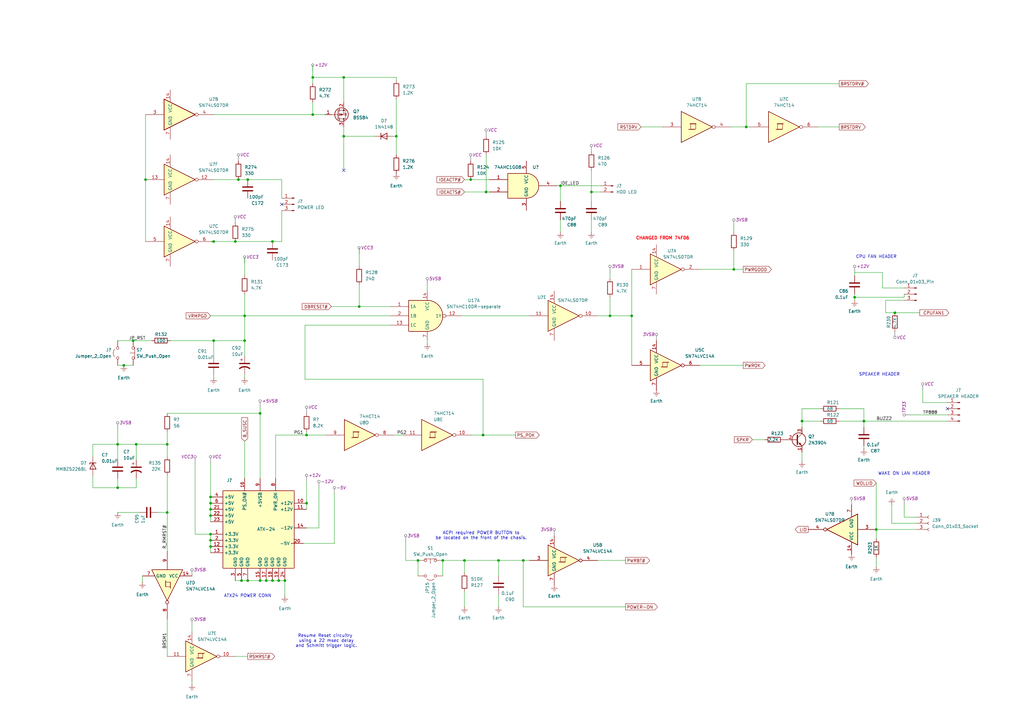
<source format=kicad_sch>
(kicad_sch (version 20231120) (generator "eeschema") (generator_version "8.0")
  (paper "A3")
  (lib_symbols
    (symbol "74F07-separate_1"
      (property "Reference" "U" (at -6.858 5.588 0))
      (property "Value" "SN74LS07DR" (at 6.985 5.08 0))
      (symbol "74F07-separate_1_0_1"
        (pin power_in line (at -2.54 10.16 270) (length 5.08) (name "VCC") (number "14"))
        (pin power_in line (at -2.54 -10.16 90) (length 5.08) (name "GND") (number "7"))
      )
      (symbol "74F07-separate_1_1_1"
        (pin input line (at -12.7 0 0) (length 7.62) (name "~") (number "1"))
        (pin open_collector inverted (at 15.24 0 180) (length 7.62) (name "~") (number "2"))
      )
      (symbol "74F07-separate_1_2_1"
        (pin input line (at -12.7 0 0) (length 7.62) (name "~") (number "3"))
        (pin open_collector inverted (at 15.24 0 180) (length 7.62) (name "~") (number "4"))
      )
      (symbol "74F07-separate_1_3_1"
        (pin input line (at -12.7 0 0) (length 7.62) (name "~") (number "5"))
        (pin open_collector inverted (at 15.24 0 180) (length 7.62) (name "~") (number "6"))
      )
      (symbol "74F07-separate_1_4_1"
        (pin open_collector inverted (at 15.24 0 180) (length 7.62) (name "~") (number "8"))
        (pin input line (at -12.7 0 0) (length 7.62) (name "~") (number "9"))
      )
      (symbol "74F07-separate_1_5_1"
        (pin open_collector inverted (at 15.24 0 180) (length 7.62) (name "~") (number "10"))
        (pin input line (at -12.7 0 0) (length 7.62) (name "~") (number "11"))
      )
      (symbol "74F07-separate_1_6_1"
        (pin open_collector inverted (at 15.24 0 180) (length 7.62) (name "~") (number "12"))
        (pin input line (at -12.7 0 0) (length 7.62) (name "~") (number "13"))
      )
    )
    (symbol "74F07-separate_2"
      (property "Reference" "U" (at -6.858 5.588 0))
      (property "Value" "SN74LS07DR" (at 6.985 5.08 0))
      (symbol "74F07-separate_2_0_1"
        (pin power_in line (at -2.54 10.16 270) (length 5.08) (name "VCC") (number "14"))
        (pin power_in line (at -2.54 -10.16 90) (length 5.08) (name "GND") (number "7"))
      )
      (symbol "74F07-separate_2_1_1"
        (pin input line (at -12.7 0 0) (length 7.62) (name "~") (number "1"))
        (pin open_collector inverted (at 15.24 0 180) (length 7.62) (name "~") (number "2"))
      )
      (symbol "74F07-separate_2_2_1"
        (pin input line (at -12.7 0 0) (length 7.62) (name "~") (number "3"))
        (pin open_collector inverted (at 15.24 0 180) (length 7.62) (name "~") (number "4"))
      )
      (symbol "74F07-separate_2_3_1"
        (pin input line (at -12.7 0 0) (length 7.62) (name "~") (number "5"))
        (pin open_collector inverted (at 15.24 0 180) (length 7.62) (name "~") (number "6"))
      )
      (symbol "74F07-separate_2_4_1"
        (pin open_collector inverted (at 15.24 0 180) (length 7.62) (name "~") (number "8"))
        (pin input line (at -12.7 0 0) (length 7.62) (name "~") (number "9"))
      )
      (symbol "74F07-separate_2_5_1"
        (pin open_collector inverted (at 15.24 0 180) (length 7.62) (name "~") (number "10"))
        (pin input line (at -12.7 0 0) (length 7.62) (name "~") (number "11"))
      )
      (symbol "74F07-separate_2_6_1"
        (pin open_collector inverted (at 15.24 0 180) (length 7.62) (name "~") (number "12"))
        (pin input line (at -12.7 0 0) (length 7.62) (name "~") (number "13"))
      )
    )
    (symbol "74F07-separate_3"
      (property "Reference" "U" (at -6.858 5.588 0))
      (property "Value" "SN74LS07DR" (at 6.985 5.08 0))
      (symbol "74F07-separate_3_0_1"
        (pin power_in line (at -2.54 10.16 270) (length 5.08) (name "VCC") (number "14"))
        (pin power_in line (at -2.54 -10.16 90) (length 5.08) (name "GND") (number "7"))
      )
      (symbol "74F07-separate_3_1_1"
        (pin input line (at -12.7 0 0) (length 7.62) (name "~") (number "1"))
        (pin open_collector inverted (at 15.24 0 180) (length 7.62) (name "~") (number "2"))
      )
      (symbol "74F07-separate_3_2_1"
        (pin input line (at -12.7 0 0) (length 7.62) (name "~") (number "3"))
        (pin open_collector inverted (at 15.24 0 180) (length 7.62) (name "~") (number "4"))
      )
      (symbol "74F07-separate_3_3_1"
        (pin input line (at -12.7 0 0) (length 7.62) (name "~") (number "5"))
        (pin open_collector inverted (at 15.24 0 180) (length 7.62) (name "~") (number "6"))
      )
      (symbol "74F07-separate_3_4_1"
        (pin open_collector inverted (at 15.24 0 180) (length 7.62) (name "~") (number "8"))
        (pin input line (at -12.7 0 0) (length 7.62) (name "~") (number "9"))
      )
      (symbol "74F07-separate_3_5_1"
        (pin open_collector inverted (at 15.24 0 180) (length 7.62) (name "~") (number "10"))
        (pin input line (at -12.7 0 0) (length 7.62) (name "~") (number "11"))
      )
      (symbol "74F07-separate_3_6_1"
        (pin open_collector inverted (at 15.24 0 180) (length 7.62) (name "~") (number "12"))
        (pin input line (at -12.7 0 0) (length 7.62) (name "~") (number "13"))
      )
    )
    (symbol "74F07-separate_4"
      (property "Reference" "U" (at -6.858 5.588 0))
      (property "Value" "SN74LS07DR" (at 6.985 5.08 0))
      (symbol "74F07-separate_4_0_1"
        (pin power_in line (at -2.54 10.16 270) (length 5.08) (name "VCC") (number "14"))
        (pin power_in line (at -2.54 -10.16 90) (length 5.08) (name "GND") (number "7"))
      )
      (symbol "74F07-separate_4_1_1"
        (pin input line (at -12.7 0 0) (length 7.62) (name "~") (number "1"))
        (pin open_collector inverted (at 15.24 0 180) (length 7.62) (name "~") (number "2"))
      )
      (symbol "74F07-separate_4_2_1"
        (pin input line (at -12.7 0 0) (length 7.62) (name "~") (number "3"))
        (pin open_collector inverted (at 15.24 0 180) (length 7.62) (name "~") (number "4"))
      )
      (symbol "74F07-separate_4_3_1"
        (pin input line (at -12.7 0 0) (length 7.62) (name "~") (number "5"))
        (pin open_collector inverted (at 15.24 0 180) (length 7.62) (name "~") (number "6"))
      )
      (symbol "74F07-separate_4_4_1"
        (pin open_collector inverted (at 15.24 0 180) (length 7.62) (name "~") (number "8"))
        (pin input line (at -12.7 0 0) (length 7.62) (name "~") (number "9"))
      )
      (symbol "74F07-separate_4_5_1"
        (pin open_collector inverted (at 15.24 0 180) (length 7.62) (name "~") (number "10"))
        (pin input line (at -12.7 0 0) (length 7.62) (name "~") (number "11"))
      )
      (symbol "74F07-separate_4_6_1"
        (pin open_collector inverted (at 15.24 0 180) (length 7.62) (name "~") (number "12"))
        (pin input line (at -12.7 0 0) (length 7.62) (name "~") (number "13"))
      )
    )
    (symbol "74xGxx:74AHC1G08"
      (property "Reference" "U" (at -2.54 3.81 0))
      (property "Value" "74AHC1G08" (at 0 -3.81 0))
      (symbol "74AHC1G08_1_1"
        (pin input line (at -15.24 2.54 0) (length 7.62) (name "~") (number "1"))
        (pin input line (at -15.24 -2.54 0) (length 7.62) (name "~") (number "2"))
        (pin power_in line (at 0 -10.16 90) (length 5.08) (name "GND") (number "3"))
        (pin output line (at 12.7 0 180) (length 7.62) (name "~") (number "4"))
        (pin power_in line (at 0 10.16 270) (length 5.08) (name "VCC") (number "5"))
      )
    )
    (symbol "Connector:Conn_01x02_Pin" (pin_names (offset 1.016) hide)
      (property "Reference" "J" (at 0 2.54 0))
      (property "Value" "Conn_01x02_Pin" (at 0 -5.08 0))
      (symbol "Conn_01x02_Pin_1_1"
        (pin passive line (at 5.08 0 180) (length 3.81) (name "Pin_1") (number "1"))
        (pin passive line (at 5.08 -2.54 180) (length 3.81) (name "Pin_2") (number "2"))
      )
    )
    (symbol "Connector:Conn_01x03_Pin" (pin_names (offset 1.016) hide)
      (property "Reference" "J" (at 0 5.08 0))
      (property "Value" "Conn_01x03_Pin" (at 0 -5.08 0))
      (symbol "Conn_01x03_Pin_1_1"
        (pin passive line (at 5.08 2.54 180) (length 3.81) (name "Pin_1") (number "1"))
        (pin passive line (at 5.08 0 180) (length 3.81) (name "Pin_2") (number "2"))
        (pin passive line (at 5.08 -2.54 180) (length 3.81) (name "Pin_3") (number "3"))
      )
    )
    (symbol "Connector:Conn_01x03_Socket" (pin_names (offset 1.016) hide)
      (property "Reference" "J" (at 0 5.08 0))
      (property "Value" "Conn_01x03_Socket" (at 0 -5.08 0))
      (symbol "Conn_01x03_Socket_1_1"
        (pin passive line (at -5.08 2.54 0) (length 3.81) (name "Pin_1") (number "1"))
        (pin passive line (at -5.08 0 0) (length 3.81) (name "Pin_2") (number "2"))
        (pin passive line (at -5.08 -2.54 0) (length 3.81) (name "Pin_3") (number "3"))
      )
    )
    (symbol "Connector:Conn_01x04_Pin" (pin_names (offset 1.016) hide)
      (property "Reference" "J" (at 0 5.08 0))
      (property "Value" "Conn_01x04_Pin" (at 0 -7.62 0))
      (symbol "Conn_01x04_Pin_1_1"
        (pin passive line (at 5.08 2.54 180) (length 3.81) (name "Pin_1") (number "1"))
        (pin passive line (at 5.08 0 180) (length 3.81) (name "Pin_2") (number "2"))
        (pin passive line (at 5.08 -2.54 180) (length 3.81) (name "Pin_3") (number "3"))
        (pin passive line (at 5.08 -5.08 180) (length 3.81) (name "Pin_4") (number "4"))
      )
    )
    (symbol "Device:C" (pin_numbers hide) (pin_names (offset 0.254))
      (property "Reference" "C" (at 0.635 2.54 0))
      (property "Value" "C" (at 0.635 -2.54 0))
      (symbol "C_1_1"
        (pin passive line (at 0 3.81 270) (length 2.794) (name "~") (number "1"))
        (pin passive line (at 0 -3.81 90) (length 2.794) (name "~") (number "2"))
      )
    )
    (symbol "Device:C_Polarized_US" (pin_numbers hide) (pin_names (offset 0.254) hide)
      (property "Reference" "C" (at 0.635 2.54 0))
      (property "Value" "C_Polarized_US" (at 0.635 -2.54 0))
      (symbol "C_Polarized_US_1_1"
        (pin passive line (at 0 3.81 270) (length 2.794) (name "~") (number "1"))
        (pin passive line (at 0 -3.81 90) (length 3.302) (name "~") (number "2"))
      )
    )
    (symbol "Device:R" (pin_numbers hide) (pin_names (offset 0))
      (property "Reference" "R" (at 2.032 0 90))
      (property "Value" "R" (at 0 0 90))
      (symbol "R_1_1"
        (pin passive line (at 0 3.81 270) (length 1.27) (name "~") (number "1"))
        (pin passive line (at 0 -3.81 90) (length 1.27) (name "~") (number "2"))
      )
    )
    (symbol "Diode:1N4148" (pin_numbers hide) (pin_names hide)
      (property "Reference" "D" (at 0 2.54 0))
      (property "Value" "1N4148" (at 0 -2.54 0))
      (symbol "1N4148_1_1"
        (pin passive line (at -3.81 0 0) (length 2.54) (name "K") (number "1"))
        (pin passive line (at 3.81 0 180) (length 2.54) (name "A") (number "2"))
      )
    )
    (symbol "Diode:BZX84Cxx" (pin_numbers hide) (pin_names hide)
      (property "Reference" "D" (at 0 3.81 0))
      (property "Value" "BZX84Cxx" (at 0 -3.81 0))
      (symbol "BZX84Cxx_1_1"
        (pin passive line (at 3.81 0 180) (length 2.54) (name "A") (number "1"))
        (pin no_connect line (at 1.27 0 180) (length 2.54) hide (name "NC") (number "2"))
        (pin passive line (at -3.81 0 0) (length 2.54) (name "K") (number "3"))
      )
    )
    (symbol "Jumper:Jumper_2_Open" (pin_numbers hide) (pin_names (offset 0) hide) (exclude_from_sim yes)
      (property "Reference" "JP" (at 0 2.794 0))
      (property "Value" "Jumper_2_Open" (at 0 -2.286 0))
      (symbol "Jumper_2_Open_1_1"
        (pin passive line (at -5.08 0 0) (length 2.54) (name "A") (number "1"))
        (pin passive line (at 5.08 0 180) (length 2.54) (name "B") (number "2"))
      )
    )
    (symbol "P2-3_era:74F07-separate"
      (property "Reference" "U" (at -6.858 5.588 0))
      (property "Value" "SN74LS07DR" (at 6.985 5.08 0))
      (symbol "74F07-separate_0_1"
        (pin power_in line (at -2.54 10.16 270) (length 5.08) (name "VCC") (number "14"))
        (pin power_in line (at -2.54 -10.16 90) (length 5.08) (name "GND") (number "7"))
      )
      (symbol "74F07-separate_1_1"
        (pin input line (at -12.7 0 0) (length 7.62) (name "~") (number "1"))
        (pin open_collector inverted (at 15.24 0 180) (length 7.62) (name "~") (number "2"))
      )
      (symbol "74F07-separate_2_1"
        (pin input line (at -12.7 0 0) (length 7.62) (name "~") (number "3"))
        (pin open_collector inverted (at 15.24 0 180) (length 7.62) (name "~") (number "4"))
      )
      (symbol "74F07-separate_3_1"
        (pin input line (at -12.7 0 0) (length 7.62) (name "~") (number "5"))
        (pin open_collector inverted (at 15.24 0 180) (length 7.62) (name "~") (number "6"))
      )
      (symbol "74F07-separate_4_1"
        (pin open_collector inverted (at 15.24 0 180) (length 7.62) (name "~") (number "8"))
        (pin input line (at -12.7 0 0) (length 7.62) (name "~") (number "9"))
      )
      (symbol "74F07-separate_5_1"
        (pin open_collector inverted (at 15.24 0 180) (length 7.62) (name "~") (number "10"))
        (pin input line (at -12.7 0 0) (length 7.62) (name "~") (number "11"))
      )
      (symbol "74F07-separate_6_1"
        (pin open_collector inverted (at 15.24 0 180) (length 7.62) (name "~") (number "12"))
        (pin input line (at -12.7 0 0) (length 7.62) (name "~") (number "13"))
      )
    )
    (symbol "P2-3_era:74HCT14"
      (property "Reference" "U" (at -6.858 5.588 0))
      (property "Value" "74HCT14" (at 4.318 5.842 0))
      (symbol "74HCT14_1_1"
        (pin input line (at -12.192 0 0) (length 7.62) (name "~") (number "1"))
        (pin open_collector inverted (at 15.748 0 180) (length 7.62) (name "~") (number "2"))
      )
      (symbol "74HCT14_2_1"
        (pin input line (at -12.7 0 0) (length 7.62) (name "~") (number "3"))
        (pin open_collector inverted (at 15.24 0 180) (length 7.62) (name "~") (number "4"))
      )
      (symbol "74HCT14_3_1"
        (pin input line (at -12.446 0 0) (length 7.62) (name "~") (number "5"))
        (pin open_collector inverted (at 15.494 0 180) (length 7.62) (name "~") (number "6"))
      )
      (symbol "74HCT14_4_1"
        (pin open_collector inverted (at 15.494 0 180) (length 7.62) (name "~") (number "8"))
        (pin input line (at -12.446 0 0) (length 7.62) (name "~") (number "9"))
      )
      (symbol "74HCT14_5_1"
        (pin open_collector inverted (at 15.748 0.254 180) (length 7.62) (name "~") (number "10"))
        (pin input line (at -12.192 0.254 0) (length 7.62) (name "~") (number "11"))
      )
      (symbol "74HCT14_6_1"
        (pin open_collector inverted (at 15.494 0.254 180) (length 7.62) (name "~") (number "12"))
        (pin input line (at -12.446 0.254 0) (length 7.62) (name "~") (number "13"))
      )
      (symbol "74HCT14_7_1"
        (pin power_in line (at -10.414 -2.54 0) (length 5.08) (name "VCC") (number "14"))
        (pin power_in line (at 9.906 -2.54 180) (length 5.08) (name "GND") (number "7"))
      )
    )
    (symbol "P2-3_era:ATX-24(PINS UNHID)"
      (property "Reference" "J" (at -23.368 21.336 0))
      (property "Value" "ATX-24" (at -3.81 4.572 0))
      (symbol "ATX-24(PINS UNHID)_1_1"
        (pin power_out line (at -24.13 1.27 0) (length 5.08) (name "+3.3V") (number "1"))
        (pin power_out line (at 15.24 13.97 180) (length 5.08) (name "+12V") (number "10"))
        (pin power_out line (at 15.24 11.43 180) (length 5.08) (name "+12V") (number "11"))
        (pin power_out line (at -24.13 -3.81 0) (length 5.08) (name "+3.3V") (number "12"))
        (pin power_out line (at -24.13 -6.35 0) (length 5.08) (name "+3.3V") (number "13"))
        (pin power_out line (at 15.24 3.81 180) (length 5.08) (name "-12V") (number "14"))
        (pin power_out line (at -3.81 -17.78 90) (length 5.08) (name "GND") (number "15"))
        (pin open_collector line (at -10.16 24.13 270) (length 5.08) (name "PS_ON#") (number "16"))
        (pin power_out line (at -1.27 -17.78 90) (length 5.08) (name "GND") (number "17"))
        (pin power_out line (at 1.27 -17.78 90) (length 5.08) (name "GND") (number "18"))
        (pin power_out line (at 3.81 -17.78 90) (length 5.08) (name "GND") (number "19"))
        (pin power_out line (at -24.13 -1.27 0) (length 5.08) (name "+3.3V") (number "2"))
        (pin power_out line (at 13.97 -2.54 180) (length 5.08) (name "-5V") (number "20"))
        (pin power_out line (at -24.13 11.43 0) (length 5.08) (name "+5V") (number "21"))
        (pin power_out line (at -24.13 8.89 0) (length 5.08) (name "+5V") (number "22"))
        (pin power_out line (at -24.13 6.35 0) (length 5.08) (name "+5V") (number "23"))
        (pin power_out line (at 6.35 -17.78 90) (length 5.08) (name "GND") (number "24"))
        (pin power_out line (at -13.97 -17.78 90) (length 5.08) (name "GND") (number "3"))
        (pin power_out line (at -24.13 16.51 0) (length 5.08) (name "+5V") (number "4"))
        (pin power_out line (at -11.43 -17.78 90) (length 5.08) (name "GND") (number "5"))
        (pin power_out line (at -24.13 13.97 0) (length 5.08) (name "+5V") (number "6"))
        (pin power_out line (at -8.89 -17.78 90) (length 5.08) (name "GND") (number "7"))
        (pin power_out line (at 2.54 24.13 270) (length 5.08) (name "PWR_OK") (number "8"))
        (pin power_out line (at -3.81 24.13 270) (length 5.08) (name "+5VSB") (number "9"))
      )
    )
    (symbol "P2-3_era:SN74HC10DR-separate"
      (property "Reference" "U" (at -5.08 10.16 0))
      (property "Value" "SN74HC10DR-separate" (at 12.065 -7.62 0))
      (symbol "SN74HC10DR-separate_0_1"
        (pin power_in line (at 0 10.16 270) (length 3.81) (name "VCC") (number "14"))
        (pin power_in line (at 0 -10.16 90) (length 3.81) (name "GND") (number "7"))
      )
      (symbol "SN74HC10DR-separate_1_0"
        (pin input line (at -15.24 -3.81 0) (length 7.62) (name "1C") (number "13"))
      )
      (symbol "SN74HC10DR-separate_1_1"
        (pin input line (at -15.24 3.81 0) (length 7.62) (name "1A") (number "1"))
        (pin output inverted (at 13.97 0 180) (length 7.62) (name "1Y") (number "12"))
        (pin input line (at -15.24 0 0) (length 7.62) (name "1B") (number "2"))
      )
      (symbol "SN74HC10DR-separate_2_1"
        (pin input line (at -15.24 3.81 0) (length 7.62) (name "2A") (number "3"))
        (pin input line (at -15.24 0 0) (length 7.62) (name "2B") (number "4"))
        (pin input line (at -15.24 -3.81 0) (length 7.62) (name "2C") (number "5"))
        (pin output inverted (at 13.97 0 180) (length 7.62) (name "2Y") (number "6"))
      )
      (symbol "SN74HC10DR-separate_3_1"
        (pin input line (at -15.24 0 0) (length 7.62) (name "3B") (number "10"))
        (pin input line (at -15.24 -3.81 0) (length 7.62) (name "3C") (number "11"))
        (pin output inverted (at 12.7 0 180) (length 6.35) (name "3Y") (number "8"))
        (pin input line (at -15.24 3.81 0) (length 7.62) (name "3A") (number "9"))
      )
    )
    (symbol "P2-3_era:SN74LVC14A-separate"
      (property "Reference" "U" (at 1.27 8.89 0))
      (property "Value" "SN74LVC14A" (at 6.35 5.715 0))
      (symbol "SN74LVC14A-separate_0_1"
        (pin power_in line (at -2.54 10.16 270) (length 5.08) (name "VCC") (number "14"))
        (pin power_in line (at -2.54 -10.16 90) (length 5.08) (name "GND") (number "7"))
      )
      (symbol "SN74LVC14A-separate_1_1"
        (pin input line (at -12.7 0 0) (length 7.62) (name "~") (number "1"))
        (pin open_collector inverted (at 15.24 0 180) (length 7.62) (name "~") (number "2"))
      )
      (symbol "SN74LVC14A-separate_2_1"
        (pin input line (at -12.7 0 0) (length 7.62) (name "~") (number "3"))
        (pin open_collector inverted (at 15.24 0 180) (length 7.62) (name "~") (number "4"))
      )
      (symbol "SN74LVC14A-separate_3_1"
        (pin input line (at -12.7 0 0) (length 7.62) (name "~") (number "5"))
        (pin open_collector inverted (at 15.24 0 180) (length 7.62) (name "~") (number "6"))
      )
      (symbol "SN74LVC14A-separate_4_1"
        (pin open_collector inverted (at 15.24 0 180) (length 7.62) (name "~") (number "8"))
        (pin input line (at -12.7 0 0) (length 7.62) (name "~") (number "9"))
      )
      (symbol "SN74LVC14A-separate_5_1"
        (pin open_collector inverted (at 15.24 0 180) (length 7.62) (name "~") (number "10"))
        (pin input line (at -12.7 0 0) (length 7.62) (name "~") (number "11"))
      )
      (symbol "SN74LVC14A-separate_6_1"
        (pin open_collector inverted (at 15.24 0 180) (length 7.62) (name "~") (number "12"))
        (pin input line (at -12.7 0 0) (length 7.62) (name "~") (number "13"))
      )
    )
    (symbol "Switch:SW_Push_Open" (pin_numbers hide) (pin_names (offset 1.016) hide)
      (property "Reference" "SW" (at 0 2.54 0))
      (property "Value" "SW_Push_Open" (at 0 -1.905 0))
      (symbol "SW_Push_Open_0_1"
        (pin passive line (at -5.08 0 0) (length 2.54) (name "A") (number "1"))
      )
      (symbol "SW_Push_Open_1_1"
        (pin passive line (at 5.08 0 180) (length 2.54) (name "B") (number "2"))
      )
    )
    (symbol "Transistor_BJT:2N3904" (pin_names (offset 0) hide)
      (property "Reference" "Q" (at 5.08 1.905 0))
      (property "Value" "2N3904" (at 5.08 0 0))
      (symbol "2N3904_1_1"
        (pin passive line (at 2.54 -5.08 90) (length 2.54) (name "E") (number "1"))
        (pin passive line (at -5.08 0 0) (length 5.715) (name "B") (number "2"))
        (pin passive line (at 2.54 5.08 270) (length 2.54) (name "C") (number "3"))
      )
    )
    (symbol "Transistor_FET:BSS84" (pin_names hide)
      (property "Reference" "Q" (at 5.08 1.905 0))
      (property "Value" "BSS84" (at 5.08 0 0))
      (symbol "BSS84_1_1"
        (pin input line (at -5.08 0 0) (length 2.54) (name "G") (number "1"))
        (pin passive line (at 2.54 -5.08 90) (length 2.54) (name "S") (number "2"))
        (pin passive line (at 2.54 5.08 270) (length 2.54) (name "D") (number "3"))
      )
    )
    (symbol "power:Earth" (power) (pin_numbers hide) (pin_names (offset 0) hide)
      (property "Value" "Earth" (at 0 -3.81 0))
      (symbol "Earth_1_1"
        (pin power_in line (at 0 0 270) (length 0) (name "~") (number "1"))
      )
    )
  )
  (junction (at 54.61 139.7))
  (junction (at 111.76 99.06))
  (junction (at 101.6 73.66))
  (junction (at 328.93 172.72))
  (junction (at 140.97 55.88))
  (junction (at 100.33 139.7))
  (junction (at 50.8 149.86))
  (junction (at 300.99 110.49))
  (junction (at 59.69 73.66))
  (junction (at 128.27 46.99))
  (junction (at 86.36 208.915))
  (junction (at 147.32 125.73))
  (junction (at 48.26 200.025))
  (junction (at 250.19 129.54))
  (junction (at 116.84 238.125))
  (junction (at 86.36 206.375))
  (junction (at 86.36 224.155))
  (junction (at 214.63 229.87))
  (junction (at 87.63 139.7))
  (junction (at 125.73 206.375))
  (junction (at 193.04 73.66))
  (junction (at 109.22 238.125))
  (junction (at 198.12 178.435))
  (junction (at 86.36 203.835))
  (junction (at 190.5 229.87))
  (junction (at 68.58 182.245))
  (junction (at 204.47 229.87))
  (junction (at 99.06 238.125))
  (junction (at 171.45 229.87))
  (junction (at 306.07 52.07))
  (junction (at 86.36 221.615))
  (junction (at 106.68 169.545))
  (junction (at 86.36 211.455))
  (junction (at 97.79 73.66))
  (junction (at 48.26 182.245))
  (junction (at 259.08 129.54))
  (junction (at 354.33 172.72))
  (junction (at 55.88 182.245))
  (junction (at 96.52 99.06))
  (junction (at 367.03 128.27))
  (junction (at 86.36 219.075))
  (junction (at 114.3 238.125))
  (junction (at 87.63 99.06))
  (junction (at 128.27 31.75))
  (junction (at 350.52 121.92))
  (junction (at 229.87 76.2))
  (junction (at 101.6 238.125))
  (junction (at 181.61 229.87))
  (junction (at 125.73 178.435))
  (junction (at 68.58 210.185))
  (junction (at 106.68 238.125))
  (junction (at 162.56 55.88))
  (junction (at 140.97 31.75))
  (junction (at 359.41 217.17))
  (junction (at 242.57 78.74))
  (junction (at 100.33 129.54))
  (junction (at 199.39 78.74))
  (junction (at 111.76 238.125))
  (no_connect (at 140.97 69.85))
  (no_connect (at 115.57 83.82))
  (no_connect (at 388.62 167.64))
  (wire (pts (xy 68.58 194.945) (xy 68.58 210.185)))
  (wire (pts (xy 140.97 31.75) (xy 140.97 41.91)))
  (wire (pts (xy 354.33 182.88) (xy 354.33 184.15)))
  (wire (pts (xy 204.47 243.84) (xy 204.47 248.92)))
  (wire (pts (xy 190.5 78.74) (xy 199.39 78.74)))
  (wire (pts (xy 308.61 180.34) (xy 313.69 180.34)))
  (wire (pts (xy 115.57 86.36) (xy 115.57 99.06)))
  (wire (pts (xy 68.58 169.545) (xy 106.68 169.545)))
  (wire (pts (xy 228.6 76.2) (xy 229.87 76.2)))
  (wire (pts (xy 38.1 182.245) (xy 38.1 187.325)))
  (wire (pts (xy 86.36 203.835) (xy 86.36 206.375)))
  (wire (pts (xy 48.26 175.895) (xy 48.26 182.245)))
  (wire (pts (xy 162.56 40.64) (xy 162.56 55.88)))
  (wire (pts (xy 100.33 105.41) (xy 100.33 113.03)))
  (wire (pts (xy 116.84 244.475) (xy 116.84 238.125)))
  (wire (pts (xy 193.04 73.66) (xy 200.66 73.66)))
  (wire (pts (xy 350.52 121.92) (xy 350.52 123.19)))
  (wire (pts (xy 128.27 31.75) (xy 140.97 31.75)))
  (wire (pts (xy 48.26 139.7) (xy 54.61 139.7)))
  (wire (pts (xy 242.57 78.74) (xy 246.38 78.74)))
  (wire (pts (xy 162.56 55.88) (xy 162.56 63.5)))
  (wire (pts (xy 128.27 31.75) (xy 128.27 34.29)))
  (wire (pts (xy 140.97 31.75) (xy 162.56 31.75)))
  (wire (pts (xy 106.68 169.545) (xy 106.68 196.215)))
  (wire (pts (xy 48.26 182.245) (xy 38.1 182.245)))
  (wire (pts (xy 59.69 73.66) (xy 59.69 99.06)))
  (wire (pts (xy 287.02 110.49) (xy 300.99 110.49)))
  (wire (pts (xy 50.8 149.86) (xy 54.61 149.86)))
  (wire (pts (xy 361.95 118.11) (xy 361.95 111.76)))
  (wire (pts (xy 86.36 211.455) (xy 86.36 213.995)))
  (wire (pts (xy 171.45 236.22) (xy 171.45 229.87)))
  (wire (pts (xy 100.33 129.54) (xy 160.02 129.54)))
  (wire (pts (xy 87.63 73.66) (xy 97.79 73.66)))
  (wire (pts (xy 115.57 81.28) (xy 115.57 73.66)))
  (wire (pts (xy 147.32 125.73) (xy 160.02 125.73)))
  (wire (pts (xy 100.33 180.975) (xy 100.33 196.215)))
  (wire (pts (xy 370.84 207.01) (xy 370.84 212.09)))
  (wire (pts (xy 162.56 55.88) (xy 161.29 55.88)))
  (wire (pts (xy 359.41 228.6) (xy 359.41 232.41)))
  (wire (pts (xy 214.63 229.87) (xy 217.17 229.87)))
  (wire (pts (xy 199.39 63.5) (xy 199.39 78.74)))
  (wire (pts (xy 370.84 118.11) (xy 361.95 118.11)))
  (wire (pts (xy 135.89 125.73) (xy 147.32 125.73)))
  (wire (pts (xy 328.93 167.64) (xy 336.55 167.64)))
  (wire (pts (xy 336.55 172.72) (xy 328.93 172.72)))
  (wire (pts (xy 363.22 123.19) (xy 370.84 123.19)))
  (wire (pts (xy 48.26 182.245) (xy 48.26 188.595)))
  (wire (pts (xy 54.61 139.7) (xy 62.23 139.7)))
  (wire (pts (xy 106.68 167.005) (xy 106.68 169.545)))
  (wire (pts (xy 161.544 178.435) (xy 165.354 178.435)))
  (wire (pts (xy 96.52 269.24) (xy 101.6 269.24)))
  (wire (pts (xy 100.33 120.65) (xy 100.33 129.54)))
  (wire (pts (xy 190.5 229.87) (xy 190.5 234.95)))
  (wire (pts (xy 68.58 182.245) (xy 55.88 182.245)))
  (wire (pts (xy 78.74 279.4) (xy 78.74 280.67)))
  (wire (pts (xy 166.37 229.87) (xy 166.37 222.25)))
  (wire (pts (xy 300.99 110.49) (xy 304.8 110.49)))
  (wire (pts (xy 100.33 139.7) (xy 100.33 146.05)))
  (wire (pts (xy 87.63 46.99) (xy 128.27 46.99)))
  (wire (pts (xy 100.33 129.54) (xy 100.33 139.7)))
  (wire (pts (xy 363.22 128.27) (xy 367.03 128.27)))
  (wire (pts (xy 242.57 82.55) (xy 242.57 78.74)))
  (wire (pts (xy 214.63 248.92) (xy 214.63 229.87)))
  (wire (pts (xy 328.93 189.23) (xy 328.93 185.42)))
  (wire (pts (xy 204.47 229.87) (xy 204.47 236.22)))
  (wire (pts (xy 69.85 139.7) (xy 87.63 139.7)))
  (wire (pts (xy 68.58 177.165) (xy 68.58 182.245)))
  (wire (pts (xy 300.99 92.71) (xy 300.99 95.25)))
  (wire (pts (xy 99.06 238.125) (xy 101.6 238.125)))
  (wire (pts (xy 354.33 167.64) (xy 354.33 172.72)))
  (wire (pts (xy 97.79 73.66) (xy 101.6 73.66)))
  (wire (pts (xy 48.26 149.86) (xy 50.8 149.86)))
  (wire (pts (xy 190.5 242.57) (xy 190.5 248.92)))
  (wire (pts (xy 162.56 31.75) (xy 162.56 33.02)))
  (wire (pts (xy 307.594 52.07) (xy 306.07 52.07)))
  (wire (pts (xy 86.36 99.06) (xy 87.63 99.06)))
  (wire (pts (xy 80.01 189.865) (xy 80.01 219.075)))
  (wire (pts (xy 96.52 99.06) (xy 111.76 99.06)))
  (wire (pts (xy 350.52 111.76) (xy 361.95 111.76)))
  (wire (pts (xy 229.87 90.17) (xy 229.87 95.25)))
  (wire (pts (xy 300.99 102.87) (xy 300.99 110.49)))
  (wire (pts (xy 100.33 153.67) (xy 100.33 154.94)))
  (wire (pts (xy 242.57 69.85) (xy 242.57 78.74)))
  (wire (pts (xy 87.63 139.7) (xy 87.63 146.05)))
  (wire (pts (xy 55.88 182.245) (xy 55.88 188.595)))
  (wire (pts (xy 124.46 222.885) (xy 137.16 222.885)))
  (wire (pts (xy 125.73 177.165) (xy 125.73 178.435)))
  (wire (pts (xy 256.54 229.87) (xy 245.11 229.87)))
  (wire (pts (xy 250.19 121.92) (xy 250.19 129.54)))
  (wire (pts (xy 153.67 55.88) (xy 140.97 55.88)))
  (wire (pts (xy 198.12 155.575) (xy 125.095 155.575)))
  (wire (pts (xy 68.58 182.245) (xy 68.58 187.325)))
  (wire (pts (xy 359.41 217.17) (xy 375.92 217.17)))
  (wire (pts (xy 86.36 219.075) (xy 86.36 221.615)))
  (wire (pts (xy 229.87 76.2) (xy 229.87 82.55)))
  (wire (pts (xy 378.46 165.1) (xy 388.62 165.1)))
  (wire (pts (xy 80.01 219.075) (xy 86.36 219.075)))
  (wire (pts (xy 101.6 73.66) (xy 115.57 73.66)))
  (wire (pts (xy 87.63 99.06) (xy 96.52 99.06)))
  (wire (pts (xy 328.93 172.72) (xy 328.93 167.64)))
  (wire (pts (xy 59.69 46.99) (xy 59.69 73.66)))
  (wire (pts (xy 365.76 207.01) (xy 365.76 214.63)))
  (wire (pts (xy 38.1 200.025) (xy 48.26 200.025)))
  (wire (pts (xy 114.3 238.125) (xy 116.84 238.125)))
  (wire (pts (xy 109.22 238.125) (xy 111.76 238.125)))
  (wire (pts (xy 214.63 248.92) (xy 256.54 248.92)))
  (wire (pts (xy 87.63 139.7) (xy 100.33 139.7)))
  (wire (pts (xy 55.88 182.245) (xy 48.26 182.245)))
  (wire (pts (xy 48.26 210.185) (xy 57.15 210.185)))
  (wire (pts (xy 262.89 52.07) (xy 271.78 52.07)))
  (wire (pts (xy 130.81 200.025) (xy 130.81 216.535)))
  (wire (pts (xy 87.63 153.67) (xy 87.63 154.94)))
  (wire (pts (xy 133.35 46.99) (xy 128.27 46.99)))
  (wire (pts (xy 101.6 238.125) (xy 106.68 238.125)))
  (wire (pts (xy 111.76 99.06) (xy 115.57 99.06)))
  (wire (pts (xy 38.1 194.945) (xy 38.1 200.025)))
  (wire (pts (xy 147.32 116.84) (xy 147.32 125.73)))
  (wire (pts (xy 198.12 178.435) (xy 198.12 155.575)))
  (wire (pts (xy 86.36 208.915) (xy 86.36 211.455)))
  (wire (pts (xy 354.33 172.72) (xy 388.62 172.72)))
  (wire (pts (xy 344.17 167.64) (xy 354.33 167.64)))
  (wire (pts (xy 306.07 34.29) (xy 344.17 34.29)))
  (wire (pts (xy 344.17 172.72) (xy 354.33 172.72)))
  (wire (pts (xy 359.41 220.98) (xy 359.41 217.17)))
  (wire (pts (xy 125.73 216.535) (xy 130.81 216.535)))
  (wire (pts (xy 125.095 155.575) (xy 125.095 133.35)))
  (wire (pts (xy 190.5 229.87) (xy 181.61 229.87)))
  (wire (pts (xy 190.5 73.66) (xy 193.04 73.66)))
  (wire (pts (xy 140.97 55.88) (xy 140.97 52.07)))
  (wire (pts (xy 147.32 101.6) (xy 147.32 109.22)))
  (wire (pts (xy 181.61 229.87) (xy 181.61 236.22)))
  (wire (pts (xy 350.52 121.92) (xy 370.84 121.92)))
  (wire (pts (xy 125.73 206.375) (xy 125.73 208.915)))
  (wire (pts (xy 259.08 129.54) (xy 259.08 149.86)))
  (wire (pts (xy 370.84 121.92) (xy 370.84 120.65)))
  (wire (pts (xy 199.39 78.74) (xy 200.66 78.74)))
  (wire (pts (xy 287.02 149.86) (xy 304.8 149.86)))
  (wire (pts (xy 166.37 229.87) (xy 171.45 229.87)))
  (wire (pts (xy 175.26 139.7) (xy 175.26 140.97)))
  (wire (pts (xy 250.19 111.76) (xy 250.19 114.3)))
  (wire (pts (xy 198.12 178.435) (xy 211.455 178.435)))
  (wire (pts (xy 328.93 172.72) (xy 328.93 175.26)))
  (wire (pts (xy 128.27 26.67) (xy 128.27 31.75)))
  (wire (pts (xy 64.77 210.185) (xy 68.58 210.185)))
  (wire (pts (xy 259.08 110.49) (xy 259.08 129.54)))
  (wire (pts (xy 375.92 212.09) (xy 370.84 212.09)))
  (wire (pts (xy 229.87 76.2) (xy 246.38 76.2)))
  (wire (pts (xy 378.46 160.02) (xy 378.46 165.1)))
  (wire (pts (xy 375.92 214.63) (xy 365.76 214.63)))
  (wire (pts (xy 48.26 196.215) (xy 48.26 200.025)))
  (wire (pts (xy 68.58 254) (xy 68.58 269.24)))
  (wire (pts (xy 86.36 189.865) (xy 86.36 203.835)))
  (wire (pts (xy 354.33 172.72) (xy 354.33 175.26)))
  (wire (pts (xy 189.23 129.54) (xy 217.17 129.54)))
  (wire (pts (xy 350.52 111.76) (xy 350.52 113.03)))
  (wire (pts (xy 78.74 256.54) (xy 78.74 259.08)))
  (wire (pts (xy 175.26 116.84) (xy 175.26 119.38)))
  (wire (pts (xy 367.03 128.27) (xy 377.19 128.27)))
  (wire (pts (xy 111.76 238.125) (xy 114.3 238.125)))
  (wire (pts (xy 68.58 210.185) (xy 68.58 226.06)))
  (wire (pts (xy 86.36 221.615) (xy 86.36 224.155)))
  (wire (pts (xy 250.19 129.54) (xy 259.08 129.54)))
  (wire (pts (xy 113.03 178.435) (xy 125.73 178.435)))
  (wire (pts (xy 113.03 196.215) (xy 113.03 178.435)))
  (wire (pts (xy 335.534 52.07) (xy 344.17 52.07)))
  (wire (pts (xy 299.72 52.07) (xy 306.07 52.07)))
  (wire (pts (xy 363.22 123.19) (xy 363.22 128.27)))
  (wire (pts (xy 125.73 178.435) (xy 133.604 178.435)))
  (wire (pts (xy 106.68 238.125) (xy 109.22 238.125)))
  (wire (pts (xy 193.294 178.435) (xy 198.12 178.435)))
  (wire (pts (xy 86.36 224.155) (xy 86.36 226.695)))
  (wire (pts (xy 359.41 198.12) (xy 359.41 217.17)))
  (wire (pts (xy 125.095 133.35) (xy 160.02 133.35)))
  (wire (pts (xy 58.42 236.22) (xy 58.42 238.76)))
  (wire (pts (xy 242.57 90.17) (xy 242.57 95.25)))
  (wire (pts (xy 128.27 41.91) (xy 128.27 46.99)))
  (wire (pts (xy 140.97 55.88) (xy 140.97 69.85)))
  (wire (pts (xy 125.73 197.485) (xy 125.73 206.375)))
  (wire (pts (xy 55.88 196.215) (xy 55.88 200.025)))
  (wire (pts (xy 137.16 202.565) (xy 137.16 222.885)))
  (wire (pts (xy 96.52 238.125) (xy 99.06 238.125)))
  (wire (pts (xy 190.5 229.87) (xy 204.47 229.87)))
  (wire (pts (xy 245.11 129.54) (xy 250.19 129.54)))
  (wire (pts (xy 373.38 170.18) (xy 388.62 170.18)))
  (wire (pts (xy 86.36 206.375) (xy 86.36 208.915)))
  (wire (pts (xy 48.26 200.025) (xy 55.88 200.025)))
  (wire (pts (xy 204.47 229.87) (xy 214.63 229.87)))
  (wire (pts (xy 86.36 129.54) (xy 100.33 129.54)))
  (wire (pts (xy 306.07 52.07) (xy 306.07 34.29)))
  (wire (pts (xy 350.52 120.65) (xy 350.52 121.92)))
  (text "CPU FAN HEADER\n" (at 359.41 105.41 0) (effects (font (size 1.27 1.27))))
  (text "ATX24 POWER CONN\n" (at 101.6 244.475 0) (effects (font (size 1.27 1.27))))
  (text " ACPI required POWER BUTTON to\n be located on the front of the chasis." (at 196.85 219.71 0) (effects (font (size 1.27 1.27))))
  (text "WAKE ON LAN HEADER" (at 370.84 194.31 0) (effects (font (size 1.27 1.27))))
  (text "SPEAKER HEADER\n" (at 360.68 153.67 0) (effects (font (size 1.27 1.27))))
  (text "CHANGED FROM 74F06" (at 271.78 97.79 0) (effects (font (size 1.27 1.27) (thickness 0.254) (bold yes))))
  (text "Resume Reset circuitry\n using a 22 msec delay\n and Schmitt trigger logic." (at 133.35 262.89 0) (effects (font (size 1.27 1.27))))
  (label "BUZZ2" (at 359.41 172.72 0))
  (label "PG1" (at 124.46 178.435 180))
  (label "TP888" (at 378.46 170.18 0))
  (label "JP_RST" (at 59.69 139.7 180))
  (label "BRSM1" (at 68.58 259.461 270))
  (label "IDE_LED" (at 237.49 76.2 180))
  (label "R_RMRST#" (at 68.58 215.265 270))
  (label "PG2" (at 162.814 178.435 0))
  (global_label "SPKR" (shape input) (at 308.61 180.34 180) (property "Intersheetrefs" "${INTERSHEET_REFS}" (effects (hide yes))))
  (global_label "DBRESET#" (shape input) (at 135.89 125.73 180) (property "Intersheetrefs" "${INTERSHEET_REFS}" (effects (hide yes))))
  (global_label "WOLLID" (shape input) (at 359.41 198.12 180) (property "Intersheetrefs" "${INTERSHEET_REFS}" (effects (hide yes))))
  (global_label "IDEACTS#" (shape input) (at 190.5 78.74 180) (property "Intersheetrefs" "${INTERSHEET_REFS}" (effects (hide yes))))
  (global_label "PWRGOOD" (shape output) (at 304.8 110.49 0) (property "Intersheetrefs" "${INTERSHEET_REFS}" (effects (hide yes))))
  (global_label "PS_POK" (shape output) (at 211.455 178.435 0) (property "Intersheetrefs" "${INTERSHEET_REFS}" (effects (hide yes))))
  (global_label "BRSTDRV" (shape output) (at 344.17 52.07 0) (property "Intersheetrefs" "${INTERSHEET_REFS}" (effects (hide yes))))
  (global_label "POWER-ON" (shape output) (at 256.54 248.92 0) (property "Intersheetrefs" "${INTERSHEET_REFS}" (effects (hide yes))))
  (global_label "RSTDRV" (shape input) (at 262.89 52.07 180) (property "Intersheetrefs" "${INTERSHEET_REFS}" (effects (hide yes))))
  (global_label " CPUFAN1" (shape output) (at 377.19 128.27 0) (property "Intersheetrefs" "${INTERSHEET_REFS}" (effects (hide yes))))
  (global_label "PWRBT#" (shape output) (at 256.54 229.87 0) (property "Intersheetrefs" "${INTERSHEET_REFS}" (effects (hide yes))))
  (global_label "RSMRST#" (shape output) (at 101.6 269.24 0) (property "Intersheetrefs" "${INTERSHEET_REFS}" (effects (hide yes))))
  (global_label "VRMPGD" (shape input) (at 86.36 129.54 180) (property "Intersheetrefs" "${INTERSHEET_REFS}" (effects (hide yes))))
  (global_label "BRSTDRV#" (shape output) (at 344.17 34.29 0) (property "Intersheetrefs" "${INTERSHEET_REFS}" (effects (hide yes))))
  (global_label "LID" (shape output) (at 331.47 217.17 180) (property "Intersheetrefs" "${INTERSHEET_REFS}" (effects (hide yes))))
  (global_label "PWROK" (shape output) (at 304.8 149.86 0) (property "Intersheetrefs" "${INTERSHEET_REFS}" (effects (hide yes))))
  (global_label "B_SUSC" (shape input) (at 100.33 180.975 90) (property "Intersheetrefs" "${INTERSHEET_REFS}" (effects (hide yes))))
  (global_label "IDEACTP#" (shape input) (at 190.5 73.66 180) (property "Intersheetrefs" "${INTERSHEET_REFS}" (effects (hide yes))))
  (netclass_flag "" (length 2.54) (shape round) (at 175.26 116.84 0) (property "Netclass" "5VSB" (at 175.9585 114.3 0) (effects (font (italic yes)) (justify left))))
  (netclass_flag "" (length 2.54) (shape round) (at 370.84 207.01 0) (property "Netclass" "5VSB" (at 371.5385 204.47 0) (effects (font (italic yes)) (justify left))))
  (netclass_flag "" (length 2.54) (shape round) (at 373.38 170.18 90) (property "Netclass" "TP33" (at 370.84 169.4815 90) (effects (font (italic yes)) (justify left))))
  (netclass_flag "" (length 2.54) (shape round) (at 350.52 111.76 0) (property "Netclass" "+12V" (at 351.2185 109.22 0) (effects (font (italic yes)) (justify left))))
  (netclass_flag "" (length 2.54) (shape round) (at 193.04 66.04 0) (property "Netclass" "VCC" (at 193.7385 63.5 0) (effects (font (italic yes)) (justify left))))
  (netclass_flag "" (length 2.54) (shape round) (at 78.74 236.22 0) (property "Netclass" "3VSB" (at 79.4385 233.68 0) (effects (font (italic yes)) (justify left))))
  (netclass_flag "" (length 2.54) (shape round) (at 349.25 207.01 0) (property "Netclass" "5VSB" (at 349.9485 204.47 0) (effects (font (italic yes)) (justify left))))
  (netclass_flag "" (length 2.54) (shape round) (at 250.19 111.76 0) (property "Netclass" "3VSB" (at 250.8885 109.22 0) (effects (font (italic yes)) (justify left))))
  (netclass_flag "" (length 2.54) (shape round) (at 300.99 92.71 0) (property "Netclass" "3VSB" (at 301.6885 90.17 0) (effects (font (italic yes)) (justify left))))
  (netclass_flag "" (length 2.54) (shape round) (at 125.73 169.545 0) (property "Netclass" "VCC" (at 126.4285 167.005 0) (effects (font (italic yes)) (justify left))))
  (netclass_flag "" (length 2.54) (shape round) (at 130.81 200.025 0) (property "Netclass" "-12V" (at 131.5085 197.485 0) (effects (font (italic yes)) (justify left))))
  (netclass_flag "" (length 2.54) (shape round) (at 242.57 62.23 0) (property "Netclass" "VCC" (at 243.2685 59.69 0) (effects (font (italic yes)) (justify left))))
  (netclass_flag "" (length 2.54) (shape round) (at 147.32 104.14 0) (property "Netclass" "VCC3" (at 148.0185 101.6 0) (effects (font (italic yes)) (justify left))))
  (netclass_flag "" (length 2.54) (shape round) (at 227.33 219.71 0) (property "Netclass" "3VSB" (at 226.6315 217.17 0) (effects (font (italic yes)) (justify right))))
  (netclass_flag "" (length 2.54) (shape round) (at 78.74 256.54 0) (property "Netclass" "3VSB" (at 79.4385 254 0) (effects (font (italic yes)) (justify left))))
  (netclass_flag "" (length 2.54) (shape round) (at 367.03 135.89 180) (property "Netclass" "VCC" (at 367.7285 138.43 0) (effects (font (italic yes)) (justify left))))
  (netclass_flag "" (length 2.54) (shape round) (at 80.01 189.865 0) (property "Netclass" "VCC3" (at 79.3115 187.325 0) (effects (font (italic yes)) (justify right))))
  (netclass_flag "" (length 2.54) (shape round) (at 137.16 202.565 0) (property "Netclass" "-5V" (at 137.8585 200.025 0) (effects (font (italic yes)) (justify left))))
  (netclass_flag "" (length 2.54) (shape round) (at 96.52 91.44 0) (property "Netclass" "VCC" (at 97.2185 88.9 0) (effects (font (italic yes)) (justify left))))
  (netclass_flag "" (length 2.54) (shape round) (at 86.36 189.865 0) (property "Netclass" "VCC" (at 87.0585 187.325 0) (effects (font (italic yes)) (justify left))))
  (netclass_flag "" (length 2.54) (shape round) (at 106.68 167.005 0) (property "Netclass" "+5VSB" (at 107.3785 164.465 0) (effects (font (italic yes)) (justify left))))
  (netclass_flag "" (length 2.54) (shape round) (at 48.26 175.895 0) (property "Netclass" "3VSB" (at 48.9585 173.355 0) (effects (font (italic yes)) (justify left))))
  (netclass_flag "" (length 2.54) (shape round) (at 97.79 66.04 0) (property "Netclass" "VCC" (at 98.4885 63.5 0) (effects (font (italic yes)) (justify left))))
  (netclass_flag "" (length 2.54) (shape round) (at 128.27 29.21 0) (property "Netclass" "+12V" (at 128.9685 26.67 0) (effects (font (italic yes)) (justify left))))
  (netclass_flag "" (length 2.54) (shape round) (at 378.46 160.02 0) (property "Netclass" "VCC" (at 379.1585 157.48 0) (effects (font (italic yes)) (justify left))))
  (netclass_flag "" (length 2.54) (shape round) (at 100.33 107.95 0) (property "Netclass" "VCC3" (at 101.0285 105.41 0) (effects (font (italic yes)) (justify left))))
  (netclass_flag "" (length 2.54) (shape round) (at 269.24 139.7 0) (property "Netclass" "3VSB" (at 268.5415 137.16 0) (effects (font (italic yes)) (justify right))))
  (netclass_flag "" (length 2.54) (shape round) (at 166.37 222.25 0) (property "Netclass" "3VSB" (at 167.0685 219.71 0) (effects (font (italic yes)) (justify left))))
  (netclass_flag "" (length 2.54) (shape round) (at 125.73 197.485 0) (property "Netclass" "+12v" (at 126.4285 194.945 0) (effects (font (italic yes)) (justify left))))
  (netclass_flag "" (length 2.54) (shape round) (at 199.39 55.88 0) (property "Netclass" "VCC" (at 200.0885 53.34 0) (effects (font (italic yes)) (justify left))))
  (symbol (lib_id "Connector:Conn_01x03_Pin") (at 120.65 83.82 0) (mirror y) (unit 1)
    (property "Reference" "J?" (at 121.92 82.5499 0) (effects (justify right)))
    (property "Value" "POWER LED" (at 121.92 85.0899 0) (effects (justify right)))
    (property "Description" "Generic connector, single row, 01x03, script generated" (effects (hide yes)))
  )
  (symbol (lib_id "Device:R") (at 125.73 173.355 0) (unit 1)
    (property "Reference" "R?" (at 128.27 172.0849 0) (effects (justify left)))
    (property "Value" "8.2K" (at 128.27 174.6249 0) (effects (justify left)))
    (property "Description" "Resistor" (effects (hide yes)))
  )
  (symbol (lib_id "Device:C") (at 242.57 86.36 180) (unit 1)
    (property "Reference" "C89" (at 249.174 92.202 0) (effects (justify left)))
    (property "Value" "470pF" (at 249.174 89.662 0) (effects (justify left)))
    (property "Description" "Unpolarized capacitor" (effects (hide yes)))
    (instances (project "440BX REFERENCE DESIGN" (path "" (reference "C89") (unit 1)) (path "" (reference "C?") (unit 1))))
  )
  (symbol (lib_id "power:Earth") (at 190.5 248.92 0) (unit 1)
    (property "Reference" "#PWR025019" (effects (hide yes)))
    (property "Value" "Earth" (at 190.5 253.365 0))
    (property "Description" "Power symbol creates a global label with name \"Earth\"" (effects (hide yes)))
    (instances (project "440BX REFERENCE DESIGN" (path "" (reference "#PWR025019") (unit 1)) (path "" (reference "#PWR078") (unit 1))))
  )
  (symbol (lib_id "P2-3_era:SN74LVC14A-separate") (at 81.28 269.24 0) (unit 5)
    (property "Reference" "U?" (at 86.995 259.715 0))
    (property "Value" "SN74LVC14A" (at 86.995 262.255 0))
    (property "Datasheet" "https://www.ti.com/lit/gpn/sn74lvc14a" (effects (hide yes)))
    (property "Description" "6x Schmitt trigger input inverter" (effects (hide yes)))
  )
  (symbol (lib_id "Device:C_Polarized_US") (at 100.33 149.86 0) (unit 1)
    (property "Reference" "C92" (at 94.996 142.748 0) (effects (justify left)))
    (property "Value" "10uF" (at 94.996 145.288 0) (effects (justify left)))
    (property "Description" "Polarized capacitor, US symbol" (effects (hide yes)))
    (instances (project "440BX REFERENCE DESIGN" (path "" (reference "C92") (unit 1)) (path "" (reference "C?") (unit 1))))
  )
  (symbol (lib_id "Device:R") (at 190.5 238.76 0) (mirror x) (unit 1)
    (property "Reference" "R127" (at 193.04 240.0301 0) (effects (justify left)))
    (property "Value" "510K" (at 193.04 237.4901 0) (effects (justify left)))
    (property "Description" "Resistor" (effects (hide yes)))
    (instances (project "440BX REFERENCE DESIGN" (path "" (reference "R127") (unit 1)) (path "" (reference "R?") (unit 1))))
  )
  (symbol (lib_id "Device:C") (at 229.87 86.36 180) (unit 1)
    (property "Reference" "C88" (at 236.474 92.202 0) (effects (justify left)))
    (property "Value" "470pF" (at 236.474 89.662 0) (effects (justify left)))
    (property "Description" "Unpolarized capacitor" (effects (hide yes)))
    (instances (project "440BX REFERENCE DESIGN" (path "" (reference "C88") (unit 1)) (path "" (reference "C?") (unit 1))))
  )
  (symbol (lib_id "Device:C") (at 60.96 210.185 90) (unit 1)
    (property "Reference" "C95" (at 56.134 214.757 0) (effects (justify left)))
    (property "Value" "1uF" (at 58.674 214.757 0) (effects (justify left)))
    (property "Description" "Unpolarized capacitor" (effects (hide yes)))
    (instances (project "440BX REFERENCE DESIGN" (path "" (reference "C95") (unit 1)) (path "" (reference "C?") (unit 1))))
  )
  (symbol (lib_name "74F07-separate_3") (lib_id "P2-3_era:74F07-separate") (at 72.39 46.99 0) (unit 2)
    (property "Reference" "U?" (at 87.63 40.6714 0))
    (property "Value" "SN74LS07DR" (at 87.63 43.2114 0))
    (property "Datasheet" "https://www.ti.com/lit/ds/symlink/sn74ls07.pdf" (effects (hide yes)))
    (property "Description" "hex buffer with open-collector outputs." (effects (hide yes)))
  )
  (symbol (lib_id "Device:R") (at 97.79 69.85 0) (unit 1)
    (property "Reference" "R274" (at 100.33 68.5799 0) (effects (justify left)))
    (property "Value" "330" (at 100.33 71.1199 0) (effects (justify left)))
    (property "Description" "Resistor" (effects (hide yes)))
    (instances (project "440BX REFERENCE DESIGN" (path "" (reference "R274") (unit 1)) (path "" (reference "R?") (unit 1))))
  )
  (symbol (lib_id "Transistor_FET:BSS84") (at 138.43 46.99 0) (mirror x) (unit 1)
    (property "Reference" "Q?" (at 144.78 45.7199 0) (effects (justify left)))
    (property "Value" "BSS84" (at 144.78 48.2599 0) (effects (justify left)))
    (property "Footprint" "Package_TO_SOT_SMD:SOT-23" (effects (hide yes)))
    (property "Datasheet" "http://assets.nexperia.com/documents/data-sheet/BSS84.pdf" (effects (hide yes)))
    (property "Description" "-0.13A Id, -50V Vds, P-Channel MOSFET, SOT-23" (effects (hide yes)))
  )
  (symbol (lib_id "power:Earth") (at 328.93 189.23 0) (unit 1)
    (property "Reference" "#PWR025011" (effects (hide yes)))
    (property "Value" "Earth" (at 328.93 193.675 0))
    (property "Description" "Power symbol creates a global label with name \"Earth\"" (effects (hide yes)))
    (instances (project "440BX REFERENCE DESIGN" (path "" (reference "#PWR025011") (unit 1)) (path "" (reference "#PWR084") (unit 1))))
  )
  (symbol (lib_id "power:Earth") (at 354.33 184.15 0) (unit 1)
    (property "Reference" "#PWR025010" (effects (hide yes)))
    (property "Value" "Earth" (at 354.33 188.595 0))
    (property "Description" "Power symbol creates a global label with name \"Earth\"" (effects (hide yes)))
    (instances (project "440BX REFERENCE DESIGN" (path "" (reference "#PWR025010") (unit 1)) (path "" (reference "#PWR087") (unit 1))))
  )
  (symbol (lib_id "Connector:Conn_01x02_Pin") (at 251.46 76.2 0) (mirror y) (unit 1)
    (property "Reference" "J?" (at 252.73 76.1999 0) (effects (justify right)))
    (property "Value" "HDD LED" (at 252.73 78.7399 0) (effects (justify right)))
    (property "Description" "Generic connector, single row, 01x02, script generated" (effects (hide yes)))
  )
  (symbol (lib_id "Device:R") (at 162.56 67.31 0) (unit 1)
    (property "Reference" "R276" (at 165.1 66.0399 0) (effects (justify left)))
    (property "Value" "1.2K" (at 165.1 68.5799 0) (effects (justify left)))
    (property "Description" "Resistor" (effects (hide yes)))
    (instances (project "440BX REFERENCE DESIGN" (path "" (reference "R276") (unit 1)) (path "" (reference "R?") (unit 1))))
  )
  (symbol (lib_id "Switch:SW_Push_Open") (at 54.61 144.78 90) (unit 1)
    (property "Reference" "S?" (at 55.88 143.5099 90) (effects (justify right)))
    (property "Value" "SW_Push_Open" (at 55.88 146.0499 90) (effects (justify right)))
    (property "Description" "Push button switch, push-to-open, generic, two pins" (effects (hide yes)))
  )
  (symbol (lib_id "Device:C") (at 101.6 77.47 180) (unit 1)
    (property "Reference" "C172" (at 108.204 83.312 0) (effects (justify left)))
    (property "Value" "100pF" (at 108.204 80.772 0) (effects (justify left)))
    (property "Description" "Unpolarized capacitor" (effects (hide yes)))
    (instances (project "440BX REFERENCE DESIGN" (path "" (reference "C172") (unit 1)) (path "" (reference "C?") (unit 1))))
  )
  (symbol (lib_id "Diode:1N4148") (at 157.48 55.88 0) (unit 1)
    (property "Reference" "D?" (at 157.48 49.53 0))
    (property "Value" "1N4148" (at 157.48 52.07 0))
    (property "Footprint" "Diode_THT:D_DO-35_SOD27_P7.62mm_Horizontal" (effects (hide yes)))
    (property "Datasheet" "https://assets.nexperia.com/documents/data-sheet/1N4148_1N4448.pdf" (effects (hide yes)))
    (property "Description" "100V 0.15A standard switching diode, DO-35" (effects (hide yes)))
    (property "Sim.Device" "D" (effects (hide yes)))
    (property "Sim.Pins" "1=K 2=A" (effects (hide yes)))
  )
  (symbol (lib_id "power:Earth") (at 242.57 95.25 0) (unit 1)
    (property "Reference" "#PWR025003" (effects (hide yes)))
    (property "Value" "Earth" (at 242.57 99.695 0))
    (property "Description" "Power symbol creates a global label with name \"Earth\"" (effects (hide yes)))
    (instances (project "440BX REFERENCE DESIGN" (path "" (reference "#PWR025003") (unit 1)) (path "" (reference "#PWR082") (unit 1))))
  )
  (symbol (lib_id "power:Earth") (at 269.24 160.02 0) (unit 1)
    (property "Reference" "#PWR025009" (effects (hide yes)))
    (property "Value" "Earth" (at 269.24 164.465 0))
    (property "Description" "Power symbol creates a global label with name \"Earth\"" (effects (hide yes)))
    (instances (project "440BX REFERENCE DESIGN" (path "" (reference "#PWR025009") (unit 1)) (path "" (reference "#PWR083") (unit 1))))
  )
  (symbol (lib_id "Device:R") (at 68.58 173.355 0) (unit 1)
    (property "Reference" "R?" (at 71.12 172.0849 0) (effects (justify left)))
    (property "Value" "56" (at 71.12 174.6249 0) (effects (justify left)))
    (property "Description" "Resistor" (effects (hide yes)))
  )
  (symbol (lib_name "74F07-separate_2") (lib_id "P2-3_era:74F07-separate") (at 346.71 217.17 180) (unit 2)
    (property "Reference" "U?" (at 340.36 210.82 0))
    (property "Value" "SN74LS07DR" (at 340.36 213.36 0))
    (property "Datasheet" "https://www.ti.com/lit/ds/symlink/sn74ls07.pdf" (effects (hide yes)))
    (property "Description" "hex buffer with open-collector outputs." (effects (hide yes)))
  )
  (symbol (lib_id "Device:R") (at 193.04 69.85 0) (unit 1)
    (property "Reference" "R124" (at 195.58 68.5799 0) (effects (justify left)))
    (property "Value" "10K" (at 195.58 71.1199 0) (effects (justify left)))
    (property "Description" "Resistor" (effects (hide yes)))
    (instances (project "440BX REFERENCE DESIGN" (path "" (reference "R124") (unit 1)) (path "" (reference "R?") (unit 1))))
  )
  (symbol (lib_id "Device:R") (at 242.57 66.04 0) (unit 1)
    (property "Reference" "R126" (at 245.11 64.7699 0) (effects (justify left)))
    (property "Value" "470" (at 245.11 67.3099 0) (effects (justify left)))
    (property "Description" "Resistor" (effects (hide yes)))
    (instances (project "440BX REFERENCE DESIGN" (path "" (reference "R126") (unit 1)) (path "" (reference "R?") (unit 1))))
  )
  (symbol (lib_id "power:Earth") (at 87.63 154.94 0) (unit 1)
    (property "Reference" "#PWR025007" (effects (hide yes)))
    (property "Value" "Earth" (at 87.63 160.02 0))
    (property "Description" "Power symbol creates a global label with name \"Earth\"" (effects (hide yes)))
    (instances (project "440BX REFERENCE DESIGN" (path "" (reference "#PWR025007") (unit 1)) (path "" (reference "#PWR073") (unit 1))))
  )
  (symbol (lib_id "Jumper:Jumper_2_Open") (at 48.26 144.78 90) (unit 1) (exclude_from_sim yes)
    (property "Reference" "J?" (at 45.72 143.5099 90) (effects (justify left)))
    (property "Value" "Jumper_2_Open" (at 45.72 146.0499 90) (effects (justify left)))
    (property "Description" "Jumper, 2-pole, open" (effects (hide yes)))
  )
  (symbol (lib_id "Connector:Conn_01x03_Socket") (at 381 214.63 0) (unit 1)
    (property "Reference" "J39" (at 382.27 213.3599 0) (effects (justify left)))
    (property "Value" "Conn_01x03_Socket" (at 382.27 215.8999 0) (effects (justify left)))
    (property "Footprint" "Connector_PinHeader_1.27mm:PinHeader_1x03_P1.27mm_Horizontal" (effects (hide yes)))
    (property "Description" "Generic connector, single row, 01x03, script generated" (effects (hide yes)))
    (instances (project "440BX REFERENCE DESIGN" (path "" (reference "J39") (unit 1)) (path "" (reference "J?") (unit 1))))
  )
  (symbol (lib_id "power:Earth") (at 48.26 210.185 0) (unit 1)
    (property "Reference" "#PWR069" (effects (hide yes)))
    (property "Value" "Earth" (at 48.26 215.265 0))
    (property "Description" "Power symbol creates a global label with name \"Earth\"" (effects (hide yes)))
  )
  (symbol (lib_id "P2-3_era:74HCT14") (at 284.48 52.07 0) (unit 2)
    (property "Reference" "U?" (at 285.75 40.64 0))
    (property "Value" "74HCT14" (at 285.75 43.18 0))
    (property "Datasheet" "https://www.diodes.com/assets/Datasheets/74HCT14.pdf" (effects (hide yes)))
    (property "Description" "6x Schmitt trigger input inverter" (effects (hide yes)))
  )
  (symbol (lib_id "Connector:Conn_01x03_Pin") (at 375.92 120.65 0) (mirror y) (unit 1)
    (property "Reference" "J?" (at 375.285 113.03 0))
    (property "Value" "Conn_01x03_Pin" (at 375.285 115.57 0))
    (property "Description" "Generic connector, single row, 01x03, script generated" (effects (hide yes)))
  )
  (symbol (lib_id "P2-3_era:74HCT14") (at 146.05 178.435 0) (unit 4)
    (property "Reference" "U8" (at 147.32 173.355 0) (effects (justify left)))
    (property "Value" "74HCT14" (at 147.32 170.815 0) (effects (justify left)))
    (property "Datasheet" "https://www.diodes.com/assets/Datasheets/74HCT14.pdf" (effects (hide yes)))
    (property "Description" "6x Schmitt trigger input inverter" (effects (hide yes)))
    (instances (project "440BX REFERENCE DESIGN" (path "" (reference "U8") (unit 4)) (path "" (reference "U?") (unit 4))))
  )
  (symbol (lib_id "P2-3_era:SN74HC10DR-separate") (at 175.26 129.54 0) (unit 1)
    (property "Reference" "U17" (at 194.31 123.2214 0))
    (property "Value" "SN74HC10DR-separate" (at 194.31 125.7614 0))
    (property "Datasheet" "https://www.ti.com/lit/ds/symlink/sn54hc10.pdf" (effects (hide yes)))
    (property "Description" "SNx4HC10 Triple 3-Input NAND Gates" (effects (hide yes)))
    (instances (project "440BX REFERENCE DESIGN" (path "" (reference "U17") (unit 1)) (path "" (reference "U?") (unit 1))))
  )
  (symbol (lib_id "P2-3_era:SN74LVC14A-separate") (at 229.87 229.87 0) (unit 2)
    (property "Reference" "U5" (at 245.11 223.5514 0))
    (property "Value" "SN74LVC14A" (at 245.11 226.0914 0))
    (property "Datasheet" "https://www.ti.com/lit/gpn/sn74lvc14a" (effects (hide yes)))
    (property "Description" "6x Schmitt trigger input inverter" (effects (hide yes)))
    (instances (project "440BX REFERENCE DESIGN" (path "" (reference "U5") (unit 2)) (path "" (reference "U?") (unit 2))))
  )
  (symbol (lib_id "Device:R") (at 317.5 180.34 270) (mirror x) (unit 1)
    (property "Reference" "R123" (at 316.23 177.8 90) (effects (justify left)))
    (property "Value" "2.2K" (at 314.96 180.34 90) (effects (justify left)))
    (property "Description" "Resistor" (effects (hide yes)))
    (instances (project "440BX REFERENCE DESIGN" (path "" (reference "R123") (unit 1)) (path "" (reference "R?") (unit 1))))
  )
  (symbol (lib_id "power:Earth") (at 58.42 238.76 0) (unit 1)
    (property "Reference" "#PWR025016" (effects (hide yes)))
    (property "Value" "Earth" (at 58.42 243.84 0))
    (property "Description" "Power symbol creates a global label with name \"Earth\"" (effects (hide yes)))
    (instances (project "440BX REFERENCE DESIGN" (path "" (reference "#PWR025016") (unit 1)) (path "" (reference "#PWR071") (unit 1))))
  )
  (symbol (lib_id "Device:R") (at 199.39 59.69 0) (unit 1)
    (property "Reference" "R125" (at 201.93 58.4199 0) (effects (justify left)))
    (property "Value" "10K" (at 201.93 60.9599 0) (effects (justify left)))
    (property "Description" "Resistor" (effects (hide yes)))
    (instances (project "440BX REFERENCE DESIGN" (path "" (reference "R125") (unit 1)) (path "" (reference "R?") (unit 1))))
  )
  (symbol (lib_id "Device:R") (at 68.58 191.135 0) (mirror y) (unit 1)
    (property "Reference" "R135" (at 66.04 189.8649 0) (effects (justify left)))
    (property "Value" "22K" (at 66.04 192.4049 0) (effects (justify left)))
    (property "Description" "Resistor" (effects (hide yes)))
    (instances (project "440BX REFERENCE DESIGN" (path "" (reference "R135") (unit 1)) (path "" (reference "R?") (unit 1))))
  )
  (symbol (lib_id "P2-3_era:74HCT14") (at 320.04 52.07 0) (unit 3)
    (property "Reference" "U?" (at 321.564 40.64 0))
    (property "Value" "74HCT14" (at 321.564 43.18 0))
    (property "Datasheet" "https://www.diodes.com/assets/Datasheets/74HCT14.pdf" (effects (hide yes)))
    (property "Description" "6x Schmitt trigger input inverter" (effects (hide yes)))
  )
  (symbol (lib_id "power:Earth") (at 78.74 280.67 0) (unit 1)
    (property "Reference" "#PWR025021" (effects (hide yes)))
    (property "Value" "Earth" (at 78.74 285.75 0))
    (property "Description" "Power symbol creates a global label with name \"Earth\"" (effects (hide yes)))
    (instances (project "440BX REFERENCE DESIGN" (path "" (reference "#PWR025021") (unit 1)) (path "" (reference "#PWR072") (unit 1))))
  )
  (symbol (lib_id "power:Earth") (at 365.76 207.01 180) (unit 1)
    (property "Reference" "#PWR025012" (effects (hide yes)))
    (property "Value" "Earth" (at 365.76 201.93 0))
    (property "Description" "Power symbol creates a global label with name \"Earth\"" (effects (hide yes)))
    (instances (project "440BX REFERENCE DESIGN" (path "" (reference "#PWR025012") (unit 1)) (path "" (reference "#PWR089") (unit 1))))
  )
  (symbol (lib_id "Device:R") (at 300.99 99.06 0) (unit 1)
    (property "Reference" "R129" (at 303.53 97.7899 0) (effects (justify left)))
    (property "Value" "330" (at 303.53 100.3299 0) (effects (justify left)))
    (property "Description" "Resistor" (effects (hide yes)))
    (instances (project "440BX REFERENCE DESIGN" (path "" (reference "R129") (unit 1)) (path "" (reference "R?") (unit 1))))
  )
  (symbol (lib_name "74F07-separate_4") (lib_id "P2-3_era:74F07-separate") (at 72.39 73.66 0) (unit 6)
    (property "Reference" "U?" (at 87.63 67.3414 0))
    (property "Value" "SN74LS07DR" (at 87.63 69.8814 0))
    (property "Datasheet" "https://www.ti.com/lit/ds/symlink/sn74ls07.pdf" (effects (hide yes)))
    (property "Description" "hex buffer with open-collector outputs." (effects (hide yes)))
  )
  (symbol (lib_id "Transistor_BJT:2N3904") (at 326.39 180.34 0) (unit 1)
    (property "Reference" "Q?" (at 331.47 179.0699 0) (effects (justify left)))
    (property "Value" "2N3904" (at 331.47 181.6099 0) (effects (justify left)))
    (property "Footprint" "Package_TO_SOT_THT:TO-92_Inline" (effects (hide yes)))
    (property "Datasheet" "https://www.onsemi.com/pub/Collateral/2N3903-D.PDF" (effects (hide yes)))
    (property "Description" "0.2A Ic, 40V Vce, Small Signal NPN Transistor, TO-92" (effects (hide yes)))
  )
  (symbol (lib_id "P2-3_era:SN74LVC14A-separate") (at 271.78 149.86 0) (unit 3)
    (property "Reference" "U5" (at 287.02 143.5414 0))
    (property "Value" "SN74LVC14A" (at 287.02 146.0814 0))
    (property "Datasheet" "https://www.ti.com/lit/gpn/sn74lvc14a" (effects (hide yes)))
    (property "Description" "6x Schmitt trigger input inverter" (effects (hide yes)))
    (instances (project "440BX REFERENCE DESIGN" (path "" (reference "U5") (unit 3)) (path "" (reference "U?") (unit 3))))
  )
  (symbol (lib_id "Switch:SW_Push_Open") (at 176.53 229.87 180) (unit 1)
    (property "Reference" "S1" (at 176.53 224.79 0))
    (property "Value" "SW_Push_Open" (at 176.53 227.33 0))
    (property "Description" "Push button switch, push-to-open, generic, two pins" (effects (hide yes)))
    (instances (project "440BX REFERENCE DESIGN" (path "" (reference "S1") (unit 1)) (path "" (reference "S?") (unit 1))))
  )
  (symbol (lib_id "Connector:Conn_01x04_Pin") (at 393.7 167.64 0) (mirror y) (unit 1)
    (property "Reference" "J?" (at 393.065 160.02 0))
    (property "Value" "SPEAKER HEADER" (at 393.065 162.56 0))
    (property "Description" "Generic connector, single row, 01x04, script generated" (effects (hide yes)))
  )
  (symbol (lib_id "Device:R") (at 128.27 38.1 0) (unit 1)
    (property "Reference" "R272" (at 130.81 36.8299 0) (effects (justify left)))
    (property "Value" "4.7K" (at 130.81 39.3699 0) (effects (justify left)))
    (property "Description" "Resistor" (effects (hide yes)))
    (instances (project "440BX REFERENCE DESIGN" (path "" (reference "R272") (unit 1)) (path "" (reference "R?") (unit 1))))
  )
  (symbol (lib_id "power:Earth") (at 100.33 154.94 0) (unit 1)
    (property "Reference" "#PWR025008" (effects (hide yes)))
    (property "Value" "Earth" (at 100.33 160.02 0))
    (property "Description" "Power symbol creates a global label with name \"Earth\"" (effects (hide yes)))
    (instances (project "440BX REFERENCE DESIGN" (path "" (reference "#PWR025008") (unit 1)) (path "" (reference "#PWR074") (unit 1))))
  )
  (symbol (lib_id "Device:R") (at 359.41 224.79 180) (unit 1)
    (property "Reference" "R293" (at 356.87 224.79 90))
    (property "Value" "1K" (at 359.41 224.79 90))
    (property "Footprint" "Resistor_SMD:R_0201_0603Metric" (effects (hide yes)))
    (property "Description" "Resistor" (effects (hide yes)))
    (instances (project "440BX REFERENCE DESIGN" (path "" (reference "R293") (unit 1)) (path "" (reference "R?") (unit 1))))
  )
  (symbol (lib_id "Device:R") (at 100.33 116.84 0) (unit 1)
    (property "Reference" "R131" (at 102.87 115.5699 0) (effects (justify left)))
    (property "Value" "4.7K" (at 102.87 118.1099 0) (effects (justify left)))
    (property "Description" "Resistor" (effects (hide yes)))
    (instances (project "440BX REFERENCE DESIGN" (path "" (reference "R131") (unit 1)) (path "" (reference "R?") (unit 1))))
  )
  (symbol (lib_id "power:Earth") (at 229.87 95.25 0) (unit 1)
    (property "Reference" "#PWR025002" (effects (hide yes)))
    (property "Value" "Earth" (at 229.87 99.695 0))
    (property "Description" "Power symbol creates a global label with name \"Earth\"" (effects (hide yes)))
    (instances (project "440BX REFERENCE DESIGN" (path "" (reference "#PWR025002") (unit 1)) (path "" (reference "#PWR081") (unit 1))))
  )
  (symbol (lib_id "Device:C") (at 87.63 149.86 0) (unit 1)
    (property "Reference" "C91" (at 81.026 144.018 0) (effects (justify left)))
    (property "Value" "0.01uF" (at 81.026 146.558 0) (effects (justify left)))
    (property "Description" "Unpolarized capacitor" (effects (hide yes)))
    (instances (project "440BX REFERENCE DESIGN" (path "" (reference "C91") (unit 1)) (path "" (reference "C?") (unit 1))))
  )
  (symbol (lib_id "power:Earth") (at 162.56 71.12 0) (unit 1)
    (property "Reference" "#PWR076" (effects (hide yes)))
    (property "Value" "Earth" (at 162.56 76.2 0))
    (property "Description" "Power symbol creates a global label with name \"Earth\"" (effects (hide yes)))
  )
  (symbol (lib_id "Jumper:Jumper_2_Open") (at 176.53 236.22 180) (unit 1) (exclude_from_sim yes)
    (property "Reference" "JP15" (at 175.2599 238.76 90) (effects (justify left)))
    (property "Value" "Jumper_2_Open" (at 177.7999 238.76 90) (effects (justify left)))
    (property "Description" "Jumper, 2-pole, open" (effects (hide yes)))
    (instances (project "440BX REFERENCE DESIGN" (path "" (reference "JP15") (unit 1)) (path "" (reference "JP?") (unit 1))))
  )
  (symbol (lib_id "Device:R") (at 340.36 167.64 270) (mirror x) (unit 1)
    (property "Reference" "R121" (at 339.09 165.1 90) (effects (justify left)))
    (property "Value" "68" (at 339.09 167.64 90) (effects (justify left)))
    (property "Description" "Resistor" (effects (hide yes)))
    (instances (project "440BX REFERENCE DESIGN" (path "" (reference "R121") (unit 1)) (path "" (reference "R?") (unit 1))))
  )
  (symbol (lib_id "power:Earth") (at 227.33 240.03 0) (unit 1)
    (property "Reference" "#PWR025017" (effects (hide yes)))
    (property "Value" "Earth" (at 227.33 244.475 0))
    (property "Description" "Power symbol creates a global label with name \"Earth\"" (effects (hide yes)))
    (instances (project "440BX REFERENCE DESIGN" (path "" (reference "#PWR025017") (unit 1)) (path "" (reference "#PWR080") (unit 1))))
  )
  (symbol (lib_id "Device:C") (at 48.26 192.405 0) (unit 1)
    (property "Reference" "C?" (at 41.656 186.563 0) (effects (justify left)))
    (property "Value" "0.01uF" (at 41.656 189.103 0) (effects (justify left)))
    (property "Description" "Unpolarized capacitor" (effects (hide yes)))
  )
  (symbol (lib_id "Device:C") (at 111.76 102.87 180) (unit 1)
    (property "Reference" "C173" (at 118.364 108.712 0) (effects (justify left)))
    (property "Value" "100pF" (at 118.364 106.172 0) (effects (justify left)))
    (property "Description" "Unpolarized capacitor" (effects (hide yes)))
    (instances (project "440BX REFERENCE DESIGN" (path "" (reference "C173") (unit 1)) (path "" (reference "C?") (unit 1))))
  )
  (symbol (lib_id "P2-3_era:SN74LVC14A-separate") (at 68.58 238.76 270) (unit 4)
    (property "Reference" "U?" (at 76.2 239.0139 90) (effects (justify left)))
    (property "Value" "SN74LVC14A" (at 76.2 241.5539 90) (effects (justify left)))
    (property "Datasheet" "https://www.ti.com/lit/gpn/sn74lvc14a" (effects (hide yes)))
    (property "Description" "6x Schmitt trigger input inverter" (effects (hide yes)))
  )
  (symbol (lib_id "power:Earth") (at 175.26 140.97 0) (unit 1)
    (property "Reference" "#PWR025005" (effects (hide yes)))
    (property "Value" "Earth" (at 175.26 146.05 0))
    (property "Description" "Power symbol creates a global label with name \"Earth\"" (effects (hide yes)))
    (instances (project "440BX REFERENCE DESIGN" (path "" (reference "#PWR025005") (unit 1)) (path "" (reference "#PWR077") (unit 1))))
  )
  (symbol (lib_id "Device:C_Polarized_US") (at 55.88 192.405 0) (unit 1)
    (property "Reference" "C?" (at 50.546 185.293 0) (effects (justify left)))
    (property "Value" "10uF" (at 50.546 187.833 0) (effects (justify left)))
    (property "Description" "Polarized capacitor, US symbol" (effects (hide yes)))
  )
  (symbol (lib_id "74xGxx:74AHC1G08") (at 215.9 76.2 0) (unit 1)
    (property "Reference" "U?" (at 219.71 68.58 0))
    (property "Value" "74AHC1G08" (at 208.28 68.58 0))
    (property "Datasheet" "http://www.ti.com/lit/sg/scyt129e/scyt129e.pdf" (effects (hide yes)))
    (property "Description" "Single AND Gate, Low-Voltage CMOS" (effects (hide yes)))
  )
  (symbol (lib_id "power:Earth") (at 50.8 149.86 0) (unit 1)
    (property "Reference" "#PWR070" (effects (hide yes)))
    (property "Value" "Earth" (at 50.8 154.94 0))
    (property "Description" "Power symbol creates a global label with name \"Earth\"" (effects (hide yes)))
  )
  (symbol (lib_id "Diode:BZX84Cxx") (at 38.1 191.135 90) (mirror x) (unit 1)
    (property "Reference" "D?" (at 35.56 189.8649 90) (effects (justify left)))
    (property "Value" "MMBZ5226BL" (at 35.56 192.4049 90) (effects (justify left)))
    (property "Footprint" "Package_TO_SOT_SMD:SOT-23" (effects (hide yes)))
    (property "Datasheet" "https://diotec.com/tl_files/diotec/files/pdf/datasheets/bzx84c2v4.pdf" (effects (hide yes)))
    (property "Description" "300mW Zener Diode, SOT-23" (effects (hide yes)))
  )
  (symbol (lib_id "Device:R") (at 340.36 172.72 270) (mirror x) (unit 1)
    (property "Reference" "R122" (at 339.09 170.18 90) (effects (justify left)))
    (property "Value" "68" (at 339.09 172.72 90) (effects (justify left)))
    (property "Description" "Resistor" (effects (hide yes)))
    (instances (project "440BX REFERENCE DESIGN" (path "" (reference "R122") (unit 1)) (path "" (reference "R?") (unit 1))))
  )
  (symbol (lib_name "74F07-separate_1") (lib_id "P2-3_era:74F07-separate") (at 271.78 110.49 0) (unit 1)
    (property "Reference" "U?" (at 275.59 102.87 0))
    (property "Value" "SN74LS07DR" (at 278.13 105.41 0))
    (property "Datasheet" "https://www.ti.com/lit/ds/symlink/sn74ls07.pdf" (effects (hide yes)))
    (property "Description" "hex buffer with open-collector outputs." (effects (hide yes)))
  )
  (symbol (lib_id "Device:C") (at 354.33 179.07 180) (unit 1)
    (property "Reference" "C87" (at 360.934 184.912 0) (effects (justify left)))
    (property "Value" "0.1uF" (at 360.934 182.372 0) (effects (justify left)))
    (property "Description" "Unpolarized capacitor" (effects (hide yes)))
    (instances (project "440BX REFERENCE DESIGN" (path "" (reference "C87") (unit 1)) (path "" (reference "C?") (unit 1))))
  )
  (symbol (lib_id "Device:C") (at 204.47 240.03 180) (unit 1)
    (property "Reference" "C90" (at 211.074 245.872 0) (effects (justify left)))
    (property "Value" "0.1uF" (at 211.074 243.332 0) (effects (justify left)))
    (property "Description" "Unpolarized capacitor" (effects (hide yes)))
    (instances (project "440BX REFERENCE DESIGN" (path "" (reference "C90") (unit 1)) (path "" (reference "C?") (unit 1))))
  )
  (symbol (lib_id "Device:R") (at 367.03 132.08 0) (mirror y) (unit 1)
    (property "Reference" "R230" (at 364.49 134.62 90) (effects (justify left)))
    (property "Value" "4.7K" (at 367.03 134.62 90) (effects (justify left)))
    (property "Description" "Resistor" (effects (hide yes)))
    (instances (project "440BX REFERENCE DESIGN" (path "" (reference "R230") (unit 1)) (path "" (reference "R?") (unit 1))))
  )
  (symbol (lib_id "power:Earth") (at 359.41 232.41 0) (mirror y) (unit 1)
    (property "Reference" "#PWR025015" (effects (hide yes)))
    (property "Value" "Earth" (at 359.41 237.49 0))
    (property "Description" "Power symbol creates a global label with name \"Earth\"" (effects (hide yes)))
    (instances (project "440BX REFERENCE DESIGN" (path "" (reference "#PWR025015") (unit 1)) (path "" (reference "#PWR088") (unit 1))))
  )
  (symbol (lib_id "Device:R") (at 147.32 113.03 0) (unit 1)
    (property "Reference" "R128" (at 149.86 111.7599 0) (effects (justify left)))
    (property "Value" "240" (at 149.86 114.2999 0) (effects (justify left)))
    (property "Description" "Resistor" (effects (hide yes)))
    (instances (project "440BX REFERENCE DESIGN" (path "" (reference "R128") (unit 1)) (path "" (reference "R?") (unit 1))))
  )
  (symbol (lib_name "74F07-separate_3") (lib_id "P2-3_era:74F07-separate") (at 72.39 99.06 0) (unit 3)
    (property "Reference" "U?" (at 87.63 92.7414 0))
    (property "Value" "SN74LS07DR" (at 87.63 95.2814 0))
    (property "Datasheet" "https://www.ti.com/lit/ds/symlink/sn74ls07.pdf" (effects (hide yes)))
    (property "Description" "hex buffer with open-collector outputs." (effects (hide yes)))
  )
  (symbol (lib_id "Device:R") (at 96.52 95.25 0) (unit 1)
    (property "Reference" "R275" (at 99.06 93.9799 0) (effects (justify left)))
    (property "Value" "330" (at 99.06 96.5199 0) (effects (justify left)))
    (property "Description" "Resistor" (effects (hide yes)))
    (instances (project "440BX REFERENCE DESIGN" (path "" (reference "R275") (unit 1)) (path "" (reference "R?") (unit 1))))
  )
  (symbol (lib_id "Device:R") (at 162.56 36.83 0) (unit 1)
    (property "Reference" "R273" (at 165.1 35.5599 0) (effects (justify left)))
    (property "Value" "1.2K" (at 165.1 38.0999 0) (effects (justify left)))
    (property "Description" "Resistor" (effects (hide yes)))
    (instances (project "440BX REFERENCE DESIGN" (path "" (reference "R273") (unit 1)) (path "" (reference "R?") (unit 1))))
  )
  (symbol (lib_id "power:Earth") (at 116.84 244.475 0) (unit 1)
    (property "Reference" "#PWR075" (effects (hide yes)))
    (property "Value" "Earth" (at 116.84 249.555 0))
    (property "Description" "Power symbol creates a global label with name \"Earth\"" (effects (hide yes)))
  )
  (symbol (lib_id "Device:R") (at 250.19 118.11 0) (unit 1)
    (property "Reference" "R130" (at 252.73 116.8399 0) (effects (justify left)))
    (property "Value" "4.7K" (at 252.73 119.3799 0) (effects (justify left)))
    (property "Description" "Resistor" (effects (hide yes)))
    (instances (project "440BX REFERENCE DESIGN" (path "" (reference "R130") (unit 1)) (path "" (reference "R?") (unit 1))))
  )
  (symbol (lib_id "Device:C") (at 350.52 116.84 0) (mirror y) (unit 1)
    (property "Reference" "C86" (at 347.98 119.38 0) (effects (justify left)))
    (property "Value" "0.1uF" (at 347.98 121.92 0) (effects (justify left)))
    (property "Description" "Unpolarized capacitor" (effects (hide yes)))
    (instances (project "440BX REFERENCE DESIGN" (path "" (reference "C86") (unit 1)) (path "" (reference "C?") (unit 1))))
  )
  (symbol (lib_id "Device:R") (at 66.04 139.7 90) (unit 1)
    (property "Reference" "R132" (at 66.04 137.16 90))
    (property "Value" "100" (at 66.04 139.7 90))
    (property "Description" "Resistor" (effects (hide yes)))
    (instances (project "440BX REFERENCE DESIGN" (path "" (reference "R132") (unit 1)) (path "" (reference "R?") (unit 1))))
  )
  (symbol (lib_id "power:Earth") (at 349.25 227.33 0) (mirror y) (unit 1)
    (property "Reference" "#PWR025014" (effects (hide yes)))
    (property "Value" "Earth" (at 349.25 232.41 0))
    (property "Description" "Power symbol creates a global label with name \"Earth\"" (effects (hide yes)))
    (instances (project "440BX REFERENCE DESIGN" (path "" (reference "#PWR025014") (unit 1)) (path "" (reference "#PWR085") (unit 1))))
  )
  (symbol (lib_id "power:Earth") (at 350.52 123.19 0) (unit 1)
    (property "Reference" "#PWR025004" (effects (hide yes)))
    (property "Value" "Earth" (at 350.52 127.635 0))
    (property "Description" "Power symbol creates a global label with name \"Earth\"" (effects (hide yes)))
    (instances (project "440BX REFERENCE DESIGN" (path "" (reference "#PWR025004") (unit 1)) (path "" (reference "#PWR086") (unit 1))))
  )
  (symbol (lib_id "P2-3_era:74HCT14") (at 177.546 178.689 0) (unit 5)
    (property "Reference" "U8" (at 177.8 172.085 0) (effects (justify left)))
    (property "Value" "74HCT14" (at 177.8 169.545 0) (effects (justify left)))
    (property "Datasheet" "https://www.diodes.com/assets/Datasheets/74HCT14.pdf" (effects (hide yes)))
    (property "Description" "6x Schmitt trigger input inverter" (effects (hide yes)))
    (instances (project "440BX REFERENCE DESIGN" (path "" (reference "U8") (unit 5)) (path "" (reference "U?") (unit 5))))
  )
  (symbol (lib_id "P2-3_era:74F07-separate") (at 229.87 129.54 0) (unit 5)
    (property "Reference" "U?" (at 222.25 121.92 0))
    (property "Value" "SN74LS07DR" (at 234.95 123.19 0))
    (property "Datasheet" "https://www.ti.com/lit/ds/symlink/sn74ls07.pdf" (effects (hide yes)))
    (property "Description" "hex buffer with open-collector outputs." (effects (hide yes)))
  )
  (symbol (lib_id "P2-3_era:ATX-24(PINS UNHID)") (at 110.49 220.345 0) (unit 1)
    (property "Reference" "J?" (at 92.964 196.977 0) (effects (justify left)))
    (property "Value" "ATX-24" (at 105.41 217.043 0) (effects (justify left)))
    (property "Datasheet" "https://www.intel.com/content/dam/www/public/us/en/documents/guides/power-supply-design-guide-june.pdf#page=33" (effects (hide yes)))
    (property "Description" "ATX Power supply 24pins" (effects (hide yes)))
  )
  (symbol (lib_id "power:Earth") (at 204.47 248.92 0) (unit 1)
    (property "Reference" "#PWR025020" (effects (hide yes)))
    (property "Value" "Earth" (at 204.47 253.365 0))
    (property "Description" "Power symbol creates a global label with name \"Earth\"" (effects (hide yes)))
    (instances (project "440BX REFERENCE DESIGN" (path "" (reference "#PWR025020") (unit 1)) (path "" (reference "#PWR079") (unit 1))))
  )
)
</source>
